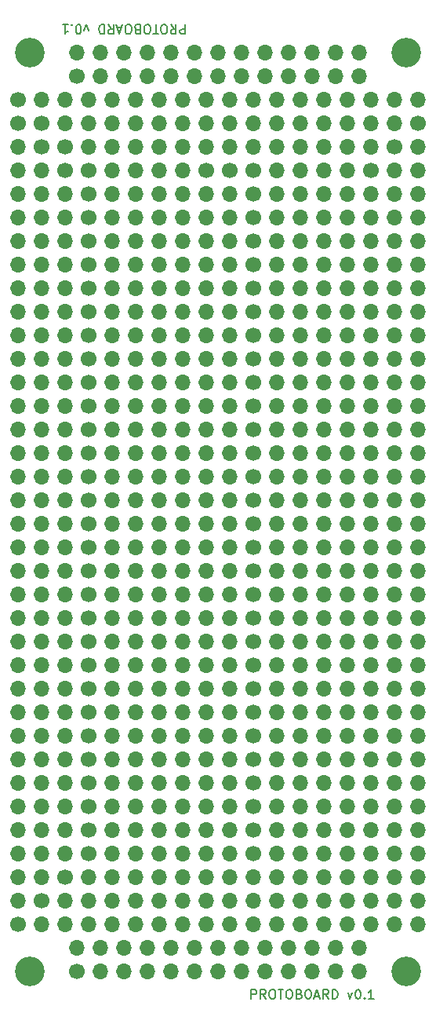
<source format=gbr>
%TF.GenerationSoftware,KiCad,Pcbnew,(6.0.5)*%
%TF.CreationDate,2022-09-13T18:20:42-04:00*%
%TF.ProjectId,protoboard,70726f74-6f62-46f6-9172-642e6b696361,0.1*%
%TF.SameCoordinates,Original*%
%TF.FileFunction,Soldermask,Top*%
%TF.FilePolarity,Negative*%
%FSLAX46Y46*%
G04 Gerber Fmt 4.6, Leading zero omitted, Abs format (unit mm)*
G04 Created by KiCad (PCBNEW (6.0.5)) date 2022-09-13 18:20:42*
%MOMM*%
%LPD*%
G01*
G04 APERTURE LIST*
%ADD10C,0.150000*%
%ADD11C,1.700000*%
%ADD12O,1.700000X1.700000*%
%ADD13C,3.200000*%
G04 APERTURE END LIST*
D10*
X134374761Y-157932380D02*
X134374761Y-156932380D01*
X134755714Y-156932380D01*
X134850952Y-156980000D01*
X134898571Y-157027619D01*
X134946190Y-157122857D01*
X134946190Y-157265714D01*
X134898571Y-157360952D01*
X134850952Y-157408571D01*
X134755714Y-157456190D01*
X134374761Y-157456190D01*
X135946190Y-157932380D02*
X135612857Y-157456190D01*
X135374761Y-157932380D02*
X135374761Y-156932380D01*
X135755714Y-156932380D01*
X135850952Y-156980000D01*
X135898571Y-157027619D01*
X135946190Y-157122857D01*
X135946190Y-157265714D01*
X135898571Y-157360952D01*
X135850952Y-157408571D01*
X135755714Y-157456190D01*
X135374761Y-157456190D01*
X136565238Y-156932380D02*
X136755714Y-156932380D01*
X136850952Y-156980000D01*
X136946190Y-157075238D01*
X136993809Y-157265714D01*
X136993809Y-157599047D01*
X136946190Y-157789523D01*
X136850952Y-157884761D01*
X136755714Y-157932380D01*
X136565238Y-157932380D01*
X136470000Y-157884761D01*
X136374761Y-157789523D01*
X136327142Y-157599047D01*
X136327142Y-157265714D01*
X136374761Y-157075238D01*
X136470000Y-156980000D01*
X136565238Y-156932380D01*
X137279523Y-156932380D02*
X137850952Y-156932380D01*
X137565238Y-157932380D02*
X137565238Y-156932380D01*
X138374761Y-156932380D02*
X138565238Y-156932380D01*
X138660476Y-156980000D01*
X138755714Y-157075238D01*
X138803333Y-157265714D01*
X138803333Y-157599047D01*
X138755714Y-157789523D01*
X138660476Y-157884761D01*
X138565238Y-157932380D01*
X138374761Y-157932380D01*
X138279523Y-157884761D01*
X138184285Y-157789523D01*
X138136666Y-157599047D01*
X138136666Y-157265714D01*
X138184285Y-157075238D01*
X138279523Y-156980000D01*
X138374761Y-156932380D01*
X139565238Y-157408571D02*
X139708095Y-157456190D01*
X139755714Y-157503809D01*
X139803333Y-157599047D01*
X139803333Y-157741904D01*
X139755714Y-157837142D01*
X139708095Y-157884761D01*
X139612857Y-157932380D01*
X139231904Y-157932380D01*
X139231904Y-156932380D01*
X139565238Y-156932380D01*
X139660476Y-156980000D01*
X139708095Y-157027619D01*
X139755714Y-157122857D01*
X139755714Y-157218095D01*
X139708095Y-157313333D01*
X139660476Y-157360952D01*
X139565238Y-157408571D01*
X139231904Y-157408571D01*
X140422380Y-156932380D02*
X140612857Y-156932380D01*
X140708095Y-156980000D01*
X140803333Y-157075238D01*
X140850952Y-157265714D01*
X140850952Y-157599047D01*
X140803333Y-157789523D01*
X140708095Y-157884761D01*
X140612857Y-157932380D01*
X140422380Y-157932380D01*
X140327142Y-157884761D01*
X140231904Y-157789523D01*
X140184285Y-157599047D01*
X140184285Y-157265714D01*
X140231904Y-157075238D01*
X140327142Y-156980000D01*
X140422380Y-156932380D01*
X141231904Y-157646666D02*
X141708095Y-157646666D01*
X141136666Y-157932380D02*
X141470000Y-156932380D01*
X141803333Y-157932380D01*
X142708095Y-157932380D02*
X142374761Y-157456190D01*
X142136666Y-157932380D02*
X142136666Y-156932380D01*
X142517619Y-156932380D01*
X142612857Y-156980000D01*
X142660476Y-157027619D01*
X142708095Y-157122857D01*
X142708095Y-157265714D01*
X142660476Y-157360952D01*
X142612857Y-157408571D01*
X142517619Y-157456190D01*
X142136666Y-157456190D01*
X143136666Y-157932380D02*
X143136666Y-156932380D01*
X143374761Y-156932380D01*
X143517619Y-156980000D01*
X143612857Y-157075238D01*
X143660476Y-157170476D01*
X143708095Y-157360952D01*
X143708095Y-157503809D01*
X143660476Y-157694285D01*
X143612857Y-157789523D01*
X143517619Y-157884761D01*
X143374761Y-157932380D01*
X143136666Y-157932380D01*
X144803333Y-157265714D02*
X145041428Y-157932380D01*
X145279523Y-157265714D01*
X145850952Y-156932380D02*
X145946190Y-156932380D01*
X146041428Y-156980000D01*
X146089047Y-157027619D01*
X146136666Y-157122857D01*
X146184285Y-157313333D01*
X146184285Y-157551428D01*
X146136666Y-157741904D01*
X146089047Y-157837142D01*
X146041428Y-157884761D01*
X145946190Y-157932380D01*
X145850952Y-157932380D01*
X145755714Y-157884761D01*
X145708095Y-157837142D01*
X145660476Y-157741904D01*
X145612857Y-157551428D01*
X145612857Y-157313333D01*
X145660476Y-157122857D01*
X145708095Y-157027619D01*
X145755714Y-156980000D01*
X145850952Y-156932380D01*
X146612857Y-157837142D02*
X146660476Y-157884761D01*
X146612857Y-157932380D01*
X146565238Y-157884761D01*
X146612857Y-157837142D01*
X146612857Y-157932380D01*
X147612857Y-157932380D02*
X147041428Y-157932380D01*
X147327142Y-157932380D02*
X147327142Y-156932380D01*
X147231904Y-157075238D01*
X147136666Y-157170476D01*
X147041428Y-157218095D01*
X127245238Y-52887619D02*
X127245238Y-53887619D01*
X126864285Y-53887619D01*
X126769047Y-53840000D01*
X126721428Y-53792380D01*
X126673809Y-53697142D01*
X126673809Y-53554285D01*
X126721428Y-53459047D01*
X126769047Y-53411428D01*
X126864285Y-53363809D01*
X127245238Y-53363809D01*
X125673809Y-52887619D02*
X126007142Y-53363809D01*
X126245238Y-52887619D02*
X126245238Y-53887619D01*
X125864285Y-53887619D01*
X125769047Y-53840000D01*
X125721428Y-53792380D01*
X125673809Y-53697142D01*
X125673809Y-53554285D01*
X125721428Y-53459047D01*
X125769047Y-53411428D01*
X125864285Y-53363809D01*
X126245238Y-53363809D01*
X125054761Y-53887619D02*
X124864285Y-53887619D01*
X124769047Y-53840000D01*
X124673809Y-53744761D01*
X124626190Y-53554285D01*
X124626190Y-53220952D01*
X124673809Y-53030476D01*
X124769047Y-52935238D01*
X124864285Y-52887619D01*
X125054761Y-52887619D01*
X125150000Y-52935238D01*
X125245238Y-53030476D01*
X125292857Y-53220952D01*
X125292857Y-53554285D01*
X125245238Y-53744761D01*
X125150000Y-53840000D01*
X125054761Y-53887619D01*
X124340476Y-53887619D02*
X123769047Y-53887619D01*
X124054761Y-52887619D02*
X124054761Y-53887619D01*
X123245238Y-53887619D02*
X123054761Y-53887619D01*
X122959523Y-53840000D01*
X122864285Y-53744761D01*
X122816666Y-53554285D01*
X122816666Y-53220952D01*
X122864285Y-53030476D01*
X122959523Y-52935238D01*
X123054761Y-52887619D01*
X123245238Y-52887619D01*
X123340476Y-52935238D01*
X123435714Y-53030476D01*
X123483333Y-53220952D01*
X123483333Y-53554285D01*
X123435714Y-53744761D01*
X123340476Y-53840000D01*
X123245238Y-53887619D01*
X122054761Y-53411428D02*
X121911904Y-53363809D01*
X121864285Y-53316190D01*
X121816666Y-53220952D01*
X121816666Y-53078095D01*
X121864285Y-52982857D01*
X121911904Y-52935238D01*
X122007142Y-52887619D01*
X122388095Y-52887619D01*
X122388095Y-53887619D01*
X122054761Y-53887619D01*
X121959523Y-53840000D01*
X121911904Y-53792380D01*
X121864285Y-53697142D01*
X121864285Y-53601904D01*
X121911904Y-53506666D01*
X121959523Y-53459047D01*
X122054761Y-53411428D01*
X122388095Y-53411428D01*
X121197619Y-53887619D02*
X121007142Y-53887619D01*
X120911904Y-53840000D01*
X120816666Y-53744761D01*
X120769047Y-53554285D01*
X120769047Y-53220952D01*
X120816666Y-53030476D01*
X120911904Y-52935238D01*
X121007142Y-52887619D01*
X121197619Y-52887619D01*
X121292857Y-52935238D01*
X121388095Y-53030476D01*
X121435714Y-53220952D01*
X121435714Y-53554285D01*
X121388095Y-53744761D01*
X121292857Y-53840000D01*
X121197619Y-53887619D01*
X120388095Y-53173333D02*
X119911904Y-53173333D01*
X120483333Y-52887619D02*
X120150000Y-53887619D01*
X119816666Y-52887619D01*
X118911904Y-52887619D02*
X119245238Y-53363809D01*
X119483333Y-52887619D02*
X119483333Y-53887619D01*
X119102380Y-53887619D01*
X119007142Y-53840000D01*
X118959523Y-53792380D01*
X118911904Y-53697142D01*
X118911904Y-53554285D01*
X118959523Y-53459047D01*
X119007142Y-53411428D01*
X119102380Y-53363809D01*
X119483333Y-53363809D01*
X118483333Y-52887619D02*
X118483333Y-53887619D01*
X118245238Y-53887619D01*
X118102380Y-53840000D01*
X118007142Y-53744761D01*
X117959523Y-53649523D01*
X117911904Y-53459047D01*
X117911904Y-53316190D01*
X117959523Y-53125714D01*
X118007142Y-53030476D01*
X118102380Y-52935238D01*
X118245238Y-52887619D01*
X118483333Y-52887619D01*
X116816666Y-53554285D02*
X116578571Y-52887619D01*
X116340476Y-53554285D01*
X115769047Y-53887619D02*
X115673809Y-53887619D01*
X115578571Y-53840000D01*
X115530952Y-53792380D01*
X115483333Y-53697142D01*
X115435714Y-53506666D01*
X115435714Y-53268571D01*
X115483333Y-53078095D01*
X115530952Y-52982857D01*
X115578571Y-52935238D01*
X115673809Y-52887619D01*
X115769047Y-52887619D01*
X115864285Y-52935238D01*
X115911904Y-52982857D01*
X115959523Y-53078095D01*
X116007142Y-53268571D01*
X116007142Y-53506666D01*
X115959523Y-53697142D01*
X115911904Y-53792380D01*
X115864285Y-53840000D01*
X115769047Y-53887619D01*
X115007142Y-52982857D02*
X114959523Y-52935238D01*
X115007142Y-52887619D01*
X115054761Y-52935238D01*
X115007142Y-52982857D01*
X115007142Y-52887619D01*
X114007142Y-52887619D02*
X114578571Y-52887619D01*
X114292857Y-52887619D02*
X114292857Y-53887619D01*
X114388095Y-53744761D01*
X114483333Y-53649523D01*
X114578571Y-53601904D01*
D11*
%TO.C,J42*%
X116840000Y-111760000D03*
D12*
X119380000Y-111760000D03*
X121920000Y-111760000D03*
X124460000Y-111760000D03*
X127000000Y-111760000D03*
%TD*%
D11*
%TO.C,J5*%
X116840000Y-114300000D03*
D12*
X119380000Y-114300000D03*
X121920000Y-114300000D03*
X124460000Y-114300000D03*
X127000000Y-114300000D03*
%TD*%
D11*
%TO.C,J27*%
X134620000Y-142240000D03*
D12*
X137160000Y-142240000D03*
X139700000Y-142240000D03*
X142240000Y-142240000D03*
X144780000Y-142240000D03*
%TD*%
D11*
%TO.C,J9*%
X134620000Y-124460000D03*
D12*
X137160000Y-124460000D03*
X139700000Y-124460000D03*
X142240000Y-124460000D03*
X144780000Y-124460000D03*
%TD*%
D11*
%TO.C,J60*%
X134620000Y-121920000D03*
D12*
X137160000Y-121920000D03*
X139700000Y-121920000D03*
X142240000Y-121920000D03*
X144780000Y-121920000D03*
%TD*%
D13*
%TO.C,H4*%
X151130000Y-154940000D03*
%TD*%
D11*
%TO.C,J47*%
X134620000Y-78740000D03*
D12*
X137160000Y-78740000D03*
X139700000Y-78740000D03*
X142240000Y-78740000D03*
X144780000Y-78740000D03*
%TD*%
D11*
%TO.C,J34*%
X134620000Y-104140000D03*
D12*
X137160000Y-104140000D03*
X139700000Y-104140000D03*
X142240000Y-104140000D03*
X144780000Y-104140000D03*
%TD*%
D11*
%TO.C,J23*%
X116840000Y-101600000D03*
D12*
X119380000Y-101600000D03*
X121920000Y-101600000D03*
X124460000Y-101600000D03*
X127000000Y-101600000D03*
%TD*%
D11*
%TO.C,J53*%
X116840000Y-132080000D03*
D12*
X119380000Y-132080000D03*
X121920000Y-132080000D03*
X124460000Y-132080000D03*
X127000000Y-132080000D03*
%TD*%
D11*
%TO.C,J68*%
X109220000Y-63500000D03*
D12*
X109220000Y-66040000D03*
X109220000Y-68580000D03*
X109220000Y-71120000D03*
X109220000Y-73660000D03*
X109220000Y-76200000D03*
X109220000Y-78740000D03*
X109220000Y-81280000D03*
X109220000Y-83820000D03*
X109220000Y-86360000D03*
X109220000Y-88900000D03*
X109220000Y-91440000D03*
X109220000Y-93980000D03*
X109220000Y-96520000D03*
X109220000Y-99060000D03*
X109220000Y-101600000D03*
X109220000Y-104140000D03*
X109220000Y-106680000D03*
X109220000Y-109220000D03*
X109220000Y-111760000D03*
X109220000Y-114300000D03*
X109220000Y-116840000D03*
X109220000Y-119380000D03*
X109220000Y-121920000D03*
X109220000Y-124460000D03*
X109220000Y-127000000D03*
X109220000Y-129540000D03*
X109220000Y-132080000D03*
X109220000Y-134620000D03*
X109220000Y-137160000D03*
X109220000Y-139700000D03*
X109220000Y-142240000D03*
X109220000Y-144780000D03*
X109220000Y-147320000D03*
%TD*%
D11*
%TO.C,J8*%
X116840000Y-73660000D03*
D12*
X119380000Y-73660000D03*
X121920000Y-73660000D03*
X124460000Y-73660000D03*
X127000000Y-73660000D03*
%TD*%
D11*
%TO.C,J20*%
X134620000Y-99060000D03*
D12*
X137160000Y-99060000D03*
X139700000Y-99060000D03*
X142240000Y-99060000D03*
X144780000Y-99060000D03*
%TD*%
D11*
%TO.C,J62*%
X147320000Y-68580000D03*
D12*
X147320000Y-71120000D03*
X147320000Y-73660000D03*
X147320000Y-76200000D03*
X147320000Y-78740000D03*
X147320000Y-81280000D03*
X147320000Y-83820000D03*
X147320000Y-86360000D03*
X147320000Y-88900000D03*
X147320000Y-91440000D03*
X147320000Y-93980000D03*
X147320000Y-96520000D03*
X147320000Y-99060000D03*
X147320000Y-101600000D03*
X147320000Y-104140000D03*
X147320000Y-106680000D03*
X147320000Y-109220000D03*
X147320000Y-111760000D03*
X147320000Y-114300000D03*
X147320000Y-116840000D03*
X147320000Y-119380000D03*
X147320000Y-121920000D03*
X147320000Y-124460000D03*
X147320000Y-127000000D03*
X147320000Y-129540000D03*
X147320000Y-132080000D03*
X147320000Y-134620000D03*
X147320000Y-137160000D03*
X147320000Y-139700000D03*
X147320000Y-142240000D03*
%TD*%
D11*
%TO.C,J49*%
X116840000Y-119380000D03*
D12*
X119380000Y-119380000D03*
X121920000Y-119380000D03*
X124460000Y-119380000D03*
X127000000Y-119380000D03*
%TD*%
D11*
%TO.C,J48*%
X116840000Y-91440000D03*
D12*
X119380000Y-91440000D03*
X121920000Y-91440000D03*
X124460000Y-91440000D03*
X127000000Y-91440000D03*
%TD*%
D11*
%TO.C,J64*%
X132080000Y-68580000D03*
D12*
X132080000Y-71120000D03*
X132080000Y-73660000D03*
X132080000Y-76200000D03*
X132080000Y-78740000D03*
X132080000Y-81280000D03*
X132080000Y-83820000D03*
X132080000Y-86360000D03*
X132080000Y-88900000D03*
X132080000Y-91440000D03*
X132080000Y-93980000D03*
X132080000Y-96520000D03*
X132080000Y-99060000D03*
X132080000Y-101600000D03*
X132080000Y-104140000D03*
X132080000Y-106680000D03*
X132080000Y-109220000D03*
X132080000Y-111760000D03*
X132080000Y-114300000D03*
X132080000Y-116840000D03*
X132080000Y-119380000D03*
X132080000Y-121920000D03*
X132080000Y-124460000D03*
X132080000Y-127000000D03*
X132080000Y-129540000D03*
X132080000Y-132080000D03*
X132080000Y-134620000D03*
X132080000Y-137160000D03*
X132080000Y-139700000D03*
X132080000Y-142240000D03*
%TD*%
D11*
%TO.C,J29*%
X116840000Y-104140000D03*
D12*
X119380000Y-104140000D03*
X121920000Y-104140000D03*
X124460000Y-104140000D03*
X127000000Y-104140000D03*
%TD*%
D11*
%TO.C,J6*%
X116840000Y-96520000D03*
D12*
X119380000Y-96520000D03*
X121920000Y-96520000D03*
X124460000Y-96520000D03*
X127000000Y-96520000D03*
%TD*%
D11*
%TO.C,J2*%
X116840000Y-109220000D03*
D12*
X119380000Y-109220000D03*
X121920000Y-109220000D03*
X124460000Y-109220000D03*
X127000000Y-109220000D03*
%TD*%
D11*
%TO.C,J59*%
X134620000Y-91440000D03*
D12*
X137160000Y-91440000D03*
X139700000Y-91440000D03*
X142240000Y-91440000D03*
X144780000Y-91440000D03*
%TD*%
D11*
%TO.C,J25*%
X134620000Y-83820000D03*
D12*
X137160000Y-83820000D03*
X139700000Y-83820000D03*
X142240000Y-83820000D03*
X144780000Y-83820000D03*
%TD*%
D11*
%TO.C,J57*%
X134620000Y-129540000D03*
D12*
X137160000Y-129540000D03*
X139700000Y-129540000D03*
X142240000Y-129540000D03*
X144780000Y-129540000D03*
%TD*%
D11*
%TO.C,J72*%
X111760000Y-147320000D03*
D12*
X114300000Y-147320000D03*
X116840000Y-147320000D03*
X119380000Y-147320000D03*
X121920000Y-147320000D03*
X124460000Y-147320000D03*
X127000000Y-147320000D03*
X129540000Y-147320000D03*
X132080000Y-147320000D03*
X134620000Y-147320000D03*
X137160000Y-147320000D03*
X139700000Y-147320000D03*
X142240000Y-147320000D03*
X144780000Y-147320000D03*
X147320000Y-147320000D03*
X149860000Y-147320000D03*
%TD*%
D11*
%TO.C,J50*%
X116840000Y-78740000D03*
D12*
X119380000Y-78740000D03*
X121920000Y-78740000D03*
X124460000Y-78740000D03*
X127000000Y-78740000D03*
%TD*%
D11*
%TO.C,J16*%
X134620000Y-111760000D03*
D12*
X137160000Y-111760000D03*
X139700000Y-111760000D03*
X142240000Y-111760000D03*
X144780000Y-111760000D03*
%TD*%
D11*
%TO.C,J69*%
X109220000Y-60960000D03*
D12*
X111760000Y-60960000D03*
X114300000Y-60960000D03*
X116840000Y-60960000D03*
X119380000Y-60960000D03*
X121920000Y-60960000D03*
X124460000Y-60960000D03*
X127000000Y-60960000D03*
X129540000Y-60960000D03*
X132080000Y-60960000D03*
X134620000Y-60960000D03*
X137160000Y-60960000D03*
X139700000Y-60960000D03*
X142240000Y-60960000D03*
X144780000Y-60960000D03*
X147320000Y-60960000D03*
X149860000Y-60960000D03*
X152400000Y-60960000D03*
%TD*%
D11*
%TO.C,J67*%
X152400000Y-63500000D03*
D12*
X152400000Y-66040000D03*
X152400000Y-68580000D03*
X152400000Y-71120000D03*
X152400000Y-73660000D03*
X152400000Y-76200000D03*
X152400000Y-78740000D03*
X152400000Y-81280000D03*
X152400000Y-83820000D03*
X152400000Y-86360000D03*
X152400000Y-88900000D03*
X152400000Y-91440000D03*
X152400000Y-93980000D03*
X152400000Y-96520000D03*
X152400000Y-99060000D03*
X152400000Y-101600000D03*
X152400000Y-104140000D03*
X152400000Y-106680000D03*
X152400000Y-109220000D03*
X152400000Y-111760000D03*
X152400000Y-114300000D03*
X152400000Y-116840000D03*
X152400000Y-119380000D03*
X152400000Y-121920000D03*
X152400000Y-124460000D03*
X152400000Y-127000000D03*
X152400000Y-129540000D03*
X152400000Y-132080000D03*
X152400000Y-134620000D03*
X152400000Y-137160000D03*
X152400000Y-139700000D03*
X152400000Y-142240000D03*
X152400000Y-144780000D03*
X152400000Y-147320000D03*
%TD*%
D11*
%TO.C,J71*%
X111760000Y-63500000D03*
D12*
X114300000Y-63500000D03*
X116840000Y-63500000D03*
X119380000Y-63500000D03*
X121920000Y-63500000D03*
X124460000Y-63500000D03*
X127000000Y-63500000D03*
X129540000Y-63500000D03*
X132080000Y-63500000D03*
X134620000Y-63500000D03*
X137160000Y-63500000D03*
X139700000Y-63500000D03*
X142240000Y-63500000D03*
X144780000Y-63500000D03*
X147320000Y-63500000D03*
X149860000Y-63500000D03*
%TD*%
D11*
%TO.C,J10*%
X134620000Y-101600000D03*
D12*
X137160000Y-101600000D03*
X139700000Y-101600000D03*
X142240000Y-101600000D03*
X144780000Y-101600000D03*
%TD*%
D11*
%TO.C,J17*%
X116840000Y-93980000D03*
D12*
X119380000Y-93980000D03*
X121920000Y-93980000D03*
X124460000Y-93980000D03*
X127000000Y-93980000D03*
%TD*%
D13*
%TO.C,H3*%
X151130000Y-55880000D03*
%TD*%
D11*
%TO.C,J56*%
X134620000Y-137160000D03*
D12*
X137160000Y-137160000D03*
X139700000Y-137160000D03*
X142240000Y-137160000D03*
X144780000Y-137160000D03*
%TD*%
D13*
%TO.C,H2*%
X110490000Y-55880000D03*
%TD*%
D11*
%TO.C,J41*%
X116840000Y-142240000D03*
D12*
X119380000Y-142240000D03*
X121920000Y-142240000D03*
X124460000Y-142240000D03*
X127000000Y-142240000D03*
%TD*%
D11*
%TO.C,J43*%
X134620000Y-119380000D03*
D12*
X137160000Y-119380000D03*
X139700000Y-119380000D03*
X142240000Y-119380000D03*
X144780000Y-119380000D03*
%TD*%
D11*
%TO.C,J21*%
X116840000Y-106680000D03*
D12*
X119380000Y-106680000D03*
X121920000Y-106680000D03*
X124460000Y-106680000D03*
X127000000Y-106680000D03*
%TD*%
D11*
%TO.C,J75*%
X115570000Y-154940000D03*
D12*
X115570000Y-152400000D03*
X118110000Y-154940000D03*
X118110000Y-152400000D03*
X120650000Y-154940000D03*
X120650000Y-152400000D03*
X123190000Y-154940000D03*
X123190000Y-152400000D03*
X125730000Y-154940000D03*
X125730000Y-152400000D03*
X128270000Y-154940000D03*
X128270000Y-152400000D03*
X130810000Y-154940000D03*
X130810000Y-152400000D03*
X133350000Y-154940000D03*
X133350000Y-152400000D03*
X135890000Y-154940000D03*
X135890000Y-152400000D03*
X138430000Y-154940000D03*
X138430000Y-152400000D03*
X140970000Y-154940000D03*
X140970000Y-152400000D03*
X143510000Y-154940000D03*
X143510000Y-152400000D03*
X146050000Y-154940000D03*
X146050000Y-152400000D03*
%TD*%
D11*
%TO.C,J39*%
X116840000Y-81280000D03*
D12*
X119380000Y-81280000D03*
X121920000Y-81280000D03*
X124460000Y-81280000D03*
X127000000Y-81280000D03*
%TD*%
D11*
%TO.C,J44*%
X116840000Y-139700000D03*
D12*
X119380000Y-139700000D03*
X121920000Y-139700000D03*
X124460000Y-139700000D03*
X127000000Y-139700000D03*
%TD*%
D11*
%TO.C,J19*%
X116840000Y-134620000D03*
D12*
X119380000Y-134620000D03*
X121920000Y-134620000D03*
X124460000Y-134620000D03*
X127000000Y-134620000D03*
%TD*%
D11*
%TO.C,J40*%
X134620000Y-88900000D03*
D12*
X137160000Y-88900000D03*
X139700000Y-88900000D03*
X142240000Y-88900000D03*
X144780000Y-88900000D03*
%TD*%
D11*
%TO.C,J1*%
X116840000Y-116840000D03*
D12*
X119380000Y-116840000D03*
X121920000Y-116840000D03*
X124460000Y-116840000D03*
X127000000Y-116840000D03*
%TD*%
D11*
%TO.C,J70*%
X109220000Y-149860000D03*
D12*
X111760000Y-149860000D03*
X114300000Y-149860000D03*
X116840000Y-149860000D03*
X119380000Y-149860000D03*
X121920000Y-149860000D03*
X124460000Y-149860000D03*
X127000000Y-149860000D03*
X129540000Y-149860000D03*
X132080000Y-149860000D03*
X134620000Y-149860000D03*
X137160000Y-149860000D03*
X139700000Y-149860000D03*
X142240000Y-149860000D03*
X144780000Y-149860000D03*
X147320000Y-149860000D03*
X149860000Y-149860000D03*
X152400000Y-149860000D03*
%TD*%
D13*
%TO.C,H1*%
X110490000Y-154940000D03*
%TD*%
D11*
%TO.C,J28*%
X116840000Y-137160000D03*
D12*
X119380000Y-137160000D03*
X121920000Y-137160000D03*
X124460000Y-137160000D03*
X127000000Y-137160000D03*
%TD*%
D11*
%TO.C,J46*%
X116840000Y-86360000D03*
D12*
X119380000Y-86360000D03*
X121920000Y-86360000D03*
X124460000Y-86360000D03*
X127000000Y-86360000D03*
%TD*%
D11*
%TO.C,J61*%
X114300000Y-68580000D03*
D12*
X114300000Y-71120000D03*
X114300000Y-73660000D03*
X114300000Y-76200000D03*
X114300000Y-78740000D03*
X114300000Y-81280000D03*
X114300000Y-83820000D03*
X114300000Y-86360000D03*
X114300000Y-88900000D03*
X114300000Y-91440000D03*
X114300000Y-93980000D03*
X114300000Y-96520000D03*
X114300000Y-99060000D03*
X114300000Y-101600000D03*
X114300000Y-104140000D03*
X114300000Y-106680000D03*
X114300000Y-109220000D03*
X114300000Y-111760000D03*
X114300000Y-114300000D03*
X114300000Y-116840000D03*
X114300000Y-119380000D03*
X114300000Y-121920000D03*
X114300000Y-124460000D03*
X114300000Y-127000000D03*
X114300000Y-129540000D03*
X114300000Y-132080000D03*
X114300000Y-134620000D03*
X114300000Y-137160000D03*
X114300000Y-139700000D03*
X114300000Y-142240000D03*
%TD*%
D11*
%TO.C,J3*%
X134620000Y-93980000D03*
D12*
X137160000Y-93980000D03*
X139700000Y-93980000D03*
X142240000Y-93980000D03*
X144780000Y-93980000D03*
%TD*%
D11*
%TO.C,J36*%
X116840000Y-71120000D03*
D12*
X119380000Y-71120000D03*
X121920000Y-71120000D03*
X124460000Y-71120000D03*
X127000000Y-71120000D03*
%TD*%
D11*
%TO.C,J58*%
X116840000Y-88900000D03*
D12*
X119380000Y-88900000D03*
X121920000Y-88900000D03*
X124460000Y-88900000D03*
X127000000Y-88900000D03*
%TD*%
D11*
%TO.C,J30*%
X134620000Y-76200000D03*
D12*
X137160000Y-76200000D03*
X139700000Y-76200000D03*
X142240000Y-76200000D03*
X144780000Y-76200000D03*
%TD*%
D11*
%TO.C,J73*%
X114300000Y-66040000D03*
D12*
X116840000Y-66040000D03*
X119380000Y-66040000D03*
X121920000Y-66040000D03*
X124460000Y-66040000D03*
X127000000Y-66040000D03*
X129540000Y-66040000D03*
X132080000Y-66040000D03*
X134620000Y-66040000D03*
X137160000Y-66040000D03*
X139700000Y-66040000D03*
X142240000Y-66040000D03*
X144780000Y-66040000D03*
X147320000Y-66040000D03*
%TD*%
D11*
%TO.C,J55*%
X116840000Y-68580000D03*
D12*
X119380000Y-68580000D03*
X121920000Y-68580000D03*
X124460000Y-68580000D03*
X127000000Y-68580000D03*
%TD*%
D11*
%TO.C,J38*%
X116840000Y-121920000D03*
D12*
X119380000Y-121920000D03*
X121920000Y-121920000D03*
X124460000Y-121920000D03*
X127000000Y-121920000D03*
%TD*%
D11*
%TO.C,J33*%
X134620000Y-73660000D03*
D12*
X137160000Y-73660000D03*
X139700000Y-73660000D03*
X142240000Y-73660000D03*
X144780000Y-73660000D03*
%TD*%
D11*
%TO.C,J35*%
X134620000Y-86360000D03*
D12*
X137160000Y-86360000D03*
X139700000Y-86360000D03*
X142240000Y-86360000D03*
X144780000Y-86360000D03*
%TD*%
D11*
%TO.C,J12*%
X134620000Y-127000000D03*
D12*
X137160000Y-127000000D03*
X139700000Y-127000000D03*
X142240000Y-127000000D03*
X144780000Y-127000000D03*
%TD*%
D11*
%TO.C,J13*%
X116840000Y-129540000D03*
D12*
X119380000Y-129540000D03*
X121920000Y-129540000D03*
X124460000Y-129540000D03*
X127000000Y-129540000D03*
%TD*%
D11*
%TO.C,J18*%
X116840000Y-76200000D03*
D12*
X119380000Y-76200000D03*
X121920000Y-76200000D03*
X124460000Y-76200000D03*
X127000000Y-76200000D03*
%TD*%
D11*
%TO.C,J7*%
X134620000Y-116840000D03*
D12*
X137160000Y-116840000D03*
X139700000Y-116840000D03*
X142240000Y-116840000D03*
X144780000Y-116840000D03*
%TD*%
D11*
%TO.C,J31*%
X134620000Y-114300000D03*
D12*
X137160000Y-114300000D03*
X139700000Y-114300000D03*
X142240000Y-114300000D03*
X144780000Y-114300000D03*
%TD*%
D11*
%TO.C,J51*%
X134620000Y-68580000D03*
D12*
X137160000Y-68580000D03*
X139700000Y-68580000D03*
X142240000Y-68580000D03*
X144780000Y-68580000D03*
%TD*%
D11*
%TO.C,J52*%
X134620000Y-109220000D03*
D12*
X137160000Y-109220000D03*
X139700000Y-109220000D03*
X142240000Y-109220000D03*
X144780000Y-109220000D03*
%TD*%
D11*
%TO.C,J24*%
X116840000Y-124460000D03*
D12*
X119380000Y-124460000D03*
X121920000Y-124460000D03*
X124460000Y-124460000D03*
X127000000Y-124460000D03*
%TD*%
D11*
%TO.C,J37*%
X134620000Y-81280000D03*
D12*
X137160000Y-81280000D03*
X139700000Y-81280000D03*
X142240000Y-81280000D03*
X144780000Y-81280000D03*
%TD*%
D11*
%TO.C,J66*%
X111760000Y-66040000D03*
D12*
X111760000Y-68580000D03*
X111760000Y-71120000D03*
X111760000Y-73660000D03*
X111760000Y-76200000D03*
X111760000Y-78740000D03*
X111760000Y-81280000D03*
X111760000Y-83820000D03*
X111760000Y-86360000D03*
X111760000Y-88900000D03*
X111760000Y-91440000D03*
X111760000Y-93980000D03*
X111760000Y-96520000D03*
X111760000Y-99060000D03*
X111760000Y-101600000D03*
X111760000Y-104140000D03*
X111760000Y-106680000D03*
X111760000Y-109220000D03*
X111760000Y-111760000D03*
X111760000Y-114300000D03*
X111760000Y-116840000D03*
X111760000Y-119380000D03*
X111760000Y-121920000D03*
X111760000Y-124460000D03*
X111760000Y-127000000D03*
X111760000Y-129540000D03*
X111760000Y-132080000D03*
X111760000Y-134620000D03*
X111760000Y-137160000D03*
X111760000Y-139700000D03*
X111760000Y-142240000D03*
X111760000Y-144780000D03*
%TD*%
D11*
%TO.C,J63*%
X129540000Y-68580000D03*
D12*
X129540000Y-71120000D03*
X129540000Y-73660000D03*
X129540000Y-76200000D03*
X129540000Y-78740000D03*
X129540000Y-81280000D03*
X129540000Y-83820000D03*
X129540000Y-86360000D03*
X129540000Y-88900000D03*
X129540000Y-91440000D03*
X129540000Y-93980000D03*
X129540000Y-96520000D03*
X129540000Y-99060000D03*
X129540000Y-101600000D03*
X129540000Y-104140000D03*
X129540000Y-106680000D03*
X129540000Y-109220000D03*
X129540000Y-111760000D03*
X129540000Y-114300000D03*
X129540000Y-116840000D03*
X129540000Y-119380000D03*
X129540000Y-121920000D03*
X129540000Y-124460000D03*
X129540000Y-127000000D03*
X129540000Y-129540000D03*
X129540000Y-132080000D03*
X129540000Y-134620000D03*
X129540000Y-137160000D03*
X129540000Y-139700000D03*
X129540000Y-142240000D03*
%TD*%
D11*
%TO.C,J11*%
X134620000Y-134620000D03*
D12*
X137160000Y-134620000D03*
X139700000Y-134620000D03*
X142240000Y-134620000D03*
X144780000Y-134620000D03*
%TD*%
D11*
%TO.C,J4*%
X116840000Y-99060000D03*
D12*
X119380000Y-99060000D03*
X121920000Y-99060000D03*
X124460000Y-99060000D03*
X127000000Y-99060000D03*
%TD*%
D11*
%TO.C,J65*%
X149860000Y-66040000D03*
D12*
X149860000Y-68580000D03*
X149860000Y-71120000D03*
X149860000Y-73660000D03*
X149860000Y-76200000D03*
X149860000Y-78740000D03*
X149860000Y-81280000D03*
X149860000Y-83820000D03*
X149860000Y-86360000D03*
X149860000Y-88900000D03*
X149860000Y-91440000D03*
X149860000Y-93980000D03*
X149860000Y-96520000D03*
X149860000Y-99060000D03*
X149860000Y-101600000D03*
X149860000Y-104140000D03*
X149860000Y-106680000D03*
X149860000Y-109220000D03*
X149860000Y-111760000D03*
X149860000Y-114300000D03*
X149860000Y-116840000D03*
X149860000Y-119380000D03*
X149860000Y-121920000D03*
X149860000Y-124460000D03*
X149860000Y-127000000D03*
X149860000Y-129540000D03*
X149860000Y-132080000D03*
X149860000Y-134620000D03*
X149860000Y-137160000D03*
X149860000Y-139700000D03*
X149860000Y-142240000D03*
X149860000Y-144780000D03*
%TD*%
D11*
%TO.C,J14*%
X134620000Y-132080000D03*
D12*
X137160000Y-132080000D03*
X139700000Y-132080000D03*
X142240000Y-132080000D03*
X144780000Y-132080000D03*
%TD*%
D11*
%TO.C,J15*%
X134620000Y-139700000D03*
D12*
X137160000Y-139700000D03*
X139700000Y-139700000D03*
X142240000Y-139700000D03*
X144780000Y-139700000D03*
%TD*%
D11*
%TO.C,J54*%
X134620000Y-96520000D03*
D12*
X137160000Y-96520000D03*
X139700000Y-96520000D03*
X142240000Y-96520000D03*
X144780000Y-96520000D03*
%TD*%
D11*
%TO.C,J76*%
X115570000Y-58420000D03*
D12*
X115570000Y-55880000D03*
X118110000Y-58420000D03*
X118110000Y-55880000D03*
X120650000Y-58420000D03*
X120650000Y-55880000D03*
X123190000Y-58420000D03*
X123190000Y-55880000D03*
X125730000Y-58420000D03*
X125730000Y-55880000D03*
X128270000Y-58420000D03*
X128270000Y-55880000D03*
X130810000Y-58420000D03*
X130810000Y-55880000D03*
X133350000Y-58420000D03*
X133350000Y-55880000D03*
X135890000Y-58420000D03*
X135890000Y-55880000D03*
X138430000Y-58420000D03*
X138430000Y-55880000D03*
X140970000Y-58420000D03*
X140970000Y-55880000D03*
X143510000Y-58420000D03*
X143510000Y-55880000D03*
X146050000Y-58420000D03*
X146050000Y-55880000D03*
%TD*%
D11*
%TO.C,J22*%
X116840000Y-83820000D03*
D12*
X119380000Y-83820000D03*
X121920000Y-83820000D03*
X124460000Y-83820000D03*
X127000000Y-83820000D03*
%TD*%
D11*
%TO.C,J32*%
X134620000Y-106680000D03*
D12*
X137160000Y-106680000D03*
X139700000Y-106680000D03*
X142240000Y-106680000D03*
X144780000Y-106680000D03*
%TD*%
D11*
%TO.C,J26*%
X134620000Y-71120000D03*
D12*
X137160000Y-71120000D03*
X139700000Y-71120000D03*
X142240000Y-71120000D03*
X144780000Y-71120000D03*
%TD*%
D11*
%TO.C,J74*%
X114300000Y-144780000D03*
D12*
X116840000Y-144780000D03*
X119380000Y-144780000D03*
X121920000Y-144780000D03*
X124460000Y-144780000D03*
X127000000Y-144780000D03*
X129540000Y-144780000D03*
X132080000Y-144780000D03*
X134620000Y-144780000D03*
X137160000Y-144780000D03*
X139700000Y-144780000D03*
X142240000Y-144780000D03*
X144780000Y-144780000D03*
X147320000Y-144780000D03*
%TD*%
D11*
%TO.C,J45*%
X116840000Y-127000000D03*
D12*
X119380000Y-127000000D03*
X121920000Y-127000000D03*
X124460000Y-127000000D03*
X127000000Y-127000000D03*
%TD*%
M02*

</source>
